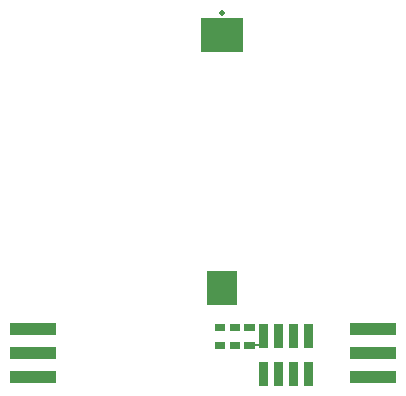
<source format=gbs>
G04 #@! TF.FileFunction,Soldermask,Bot*
%FSLAX46Y46*%
G04 Gerber Fmt 4.6, Leading zero omitted, Abs format (unit mm)*
G04 Created by KiCad (PCBNEW 4.0.0-rc2-stable) date 3/3/2016 3:47:50 PM*
%MOMM*%
G01*
G04 APERTURE LIST*
%ADD10C,0.150000*%
%ADD11R,4.000000X1.000000*%
%ADD12C,0.600000*%
%ADD13R,2.600000X3.000000*%
%ADD14R,3.600000X3.000000*%
%ADD15C,0.500000*%
G04 APERTURE END LIST*
D10*
D11*
X77811740Y-50192207D03*
X77811740Y-48192207D03*
X77811740Y-46192207D03*
D12*
X76811740Y-50192207D03*
X76811740Y-48192207D03*
X76811740Y-46192207D03*
D11*
X49020844Y-46192207D03*
X49020844Y-48192207D03*
X49020844Y-50192207D03*
D12*
X50020844Y-46192207D03*
X50020844Y-48192207D03*
X50020844Y-50192207D03*
D13*
X65025270Y-42662594D03*
D14*
X65025270Y-21262594D03*
D15*
X65025270Y-19362594D03*
D10*
G36*
X68161098Y-50949343D02*
X68157433Y-48949346D01*
X68917432Y-48947953D01*
X68921097Y-50947950D01*
X68161098Y-50949343D01*
X68161098Y-50949343D01*
G37*
G36*
X69431096Y-50947016D02*
X69427431Y-48947019D01*
X70187430Y-48945626D01*
X70191095Y-50945623D01*
X69431096Y-50947016D01*
X69431096Y-50947016D01*
G37*
G36*
X70701094Y-50944689D02*
X70697429Y-48944692D01*
X71457428Y-48943299D01*
X71461093Y-50943296D01*
X70701094Y-50944689D01*
X70701094Y-50944689D01*
G37*
G36*
X71971091Y-50942362D02*
X71967426Y-48942365D01*
X72727425Y-48940972D01*
X72731090Y-50940969D01*
X71971091Y-50942362D01*
X71971091Y-50942362D01*
G37*
G36*
X68155235Y-47749348D02*
X68151570Y-45749351D01*
X68911569Y-45747958D01*
X68915234Y-47747955D01*
X68155235Y-47749348D01*
X68155235Y-47749348D01*
G37*
G36*
X69425232Y-47747021D02*
X69421567Y-45747024D01*
X70181566Y-45745631D01*
X70185231Y-47745628D01*
X69425232Y-47747021D01*
X69425232Y-47747021D01*
G37*
G36*
X70695230Y-47744694D02*
X70691565Y-45744697D01*
X71451564Y-45743304D01*
X71455229Y-47743301D01*
X70695230Y-47744694D01*
X70695230Y-47744694D01*
G37*
G36*
X71975228Y-47742348D02*
X71971563Y-45742352D01*
X72711562Y-45740996D01*
X72715227Y-47740992D01*
X71975228Y-47742348D01*
X71975228Y-47742348D01*
G37*
G36*
X66887671Y-46351668D02*
X66886572Y-45751669D01*
X67786571Y-45750020D01*
X67787670Y-46350019D01*
X66887671Y-46351668D01*
X66887671Y-46351668D01*
G37*
G36*
X66890419Y-47851665D02*
X66889320Y-47251666D01*
X67789319Y-47250017D01*
X67790418Y-47850016D01*
X66890419Y-47851665D01*
X66890419Y-47851665D01*
G37*
G36*
X65640422Y-47853956D02*
X65639323Y-47253957D01*
X66539322Y-47252308D01*
X66540421Y-47852307D01*
X65640422Y-47853956D01*
X65640422Y-47853956D01*
G37*
G36*
X65637673Y-46353958D02*
X65636574Y-45753959D01*
X66536573Y-45752310D01*
X66537672Y-46352309D01*
X65637673Y-46353958D01*
X65637673Y-46353958D01*
G37*
G36*
X64387675Y-46356248D02*
X64386576Y-45756249D01*
X65286575Y-45754600D01*
X65287674Y-46354599D01*
X64387675Y-46356248D01*
X64387675Y-46356248D01*
G37*
G36*
X64390424Y-47856246D02*
X64389325Y-47256247D01*
X65289324Y-47254598D01*
X65290423Y-47854597D01*
X64390424Y-47856246D01*
X64390424Y-47856246D01*
G37*
G36*
X67539961Y-47600474D02*
X67539595Y-47400475D01*
X68439593Y-47398826D01*
X68439959Y-47598825D01*
X67539961Y-47600474D01*
X67539961Y-47600474D01*
G37*
M02*

</source>
